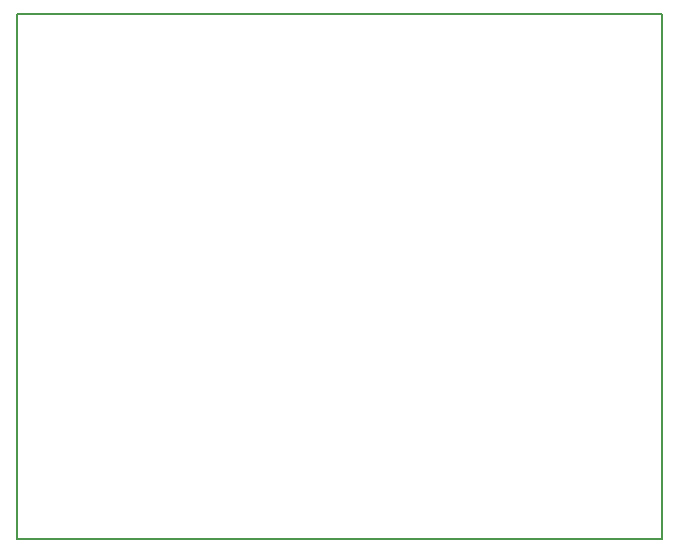
<source format=gbr>
G04 #@! TF.GenerationSoftware,KiCad,Pcbnew,(5.0.1-3-g963ef8bb5)*
G04 #@! TF.CreationDate,2019-11-01T03:37:21+09:00*
G04 #@! TF.ProjectId,DDAC8SEXT,4444414338534558542E6B696361645F,rev?*
G04 #@! TF.SameCoordinates,Original*
G04 #@! TF.FileFunction,Profile,NP*
%FSLAX46Y46*%
G04 Gerber Fmt 4.6, Leading zero omitted, Abs format (unit mm)*
G04 Created by KiCad (PCBNEW (5.0.1-3-g963ef8bb5)) date 2019 November 01, Friday 03:37:21*
%MOMM*%
%LPD*%
G01*
G04 APERTURE LIST*
%ADD10C,0.150000*%
G04 APERTURE END LIST*
D10*
X144145000Y-74930000D02*
X89535000Y-74930000D01*
X144145000Y-119380000D02*
X144145000Y-74930000D01*
X89535000Y-119380000D02*
X144145000Y-119380000D01*
X89535000Y-74930000D02*
X89535000Y-119380000D01*
M02*

</source>
